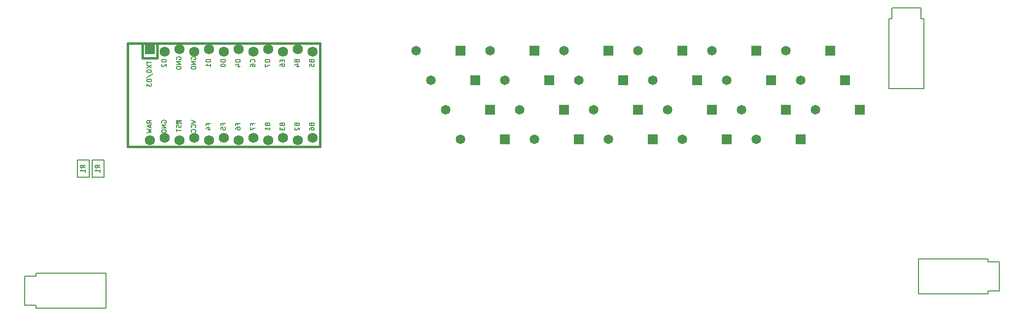
<source format=gbr>
%TF.GenerationSoftware,KiCad,Pcbnew,(7.0.0)*%
%TF.CreationDate,2023-03-07T18:29:21-05:00*%
%TF.ProjectId,LeftTEST,4c656674-5445-4535-942e-6b696361645f,rev?*%
%TF.SameCoordinates,Original*%
%TF.FileFunction,Legend,Bot*%
%TF.FilePolarity,Positive*%
%FSLAX46Y46*%
G04 Gerber Fmt 4.6, Leading zero omitted, Abs format (unit mm)*
G04 Created by KiCad (PCBNEW (7.0.0)) date 2023-03-07 18:29:21*
%MOMM*%
%LPD*%
G01*
G04 APERTURE LIST*
%ADD10C,0.150000*%
%ADD11C,0.381000*%
%ADD12C,1.651000*%
%ADD13R,1.651000X1.651000*%
%ADD14R,1.752600X1.752600*%
%ADD15C,1.752600*%
G04 APERTURE END LIST*
D10*
%TO.C,R1*%
X43485869Y-60826667D02*
X43104917Y-60560000D01*
X43485869Y-60369524D02*
X42685869Y-60369524D01*
X42685869Y-60369524D02*
X42685869Y-60674286D01*
X42685869Y-60674286D02*
X42723965Y-60750476D01*
X42723965Y-60750476D02*
X42762060Y-60788571D01*
X42762060Y-60788571D02*
X42838250Y-60826667D01*
X42838250Y-60826667D02*
X42952536Y-60826667D01*
X42952536Y-60826667D02*
X43028726Y-60788571D01*
X43028726Y-60788571D02*
X43066822Y-60750476D01*
X43066822Y-60750476D02*
X43104917Y-60674286D01*
X43104917Y-60674286D02*
X43104917Y-60369524D01*
X43485869Y-61588571D02*
X43485869Y-61131428D01*
X43485869Y-61360000D02*
X42685869Y-61360000D01*
X42685869Y-61360000D02*
X42800155Y-61283809D01*
X42800155Y-61283809D02*
X42876345Y-61207619D01*
X42876345Y-61207619D02*
X42914441Y-61131428D01*
%TO.C,R2*%
X46025869Y-60826667D02*
X45644917Y-60560000D01*
X46025869Y-60369524D02*
X45225869Y-60369524D01*
X45225869Y-60369524D02*
X45225869Y-60674286D01*
X45225869Y-60674286D02*
X45263965Y-60750476D01*
X45263965Y-60750476D02*
X45302060Y-60788571D01*
X45302060Y-60788571D02*
X45378250Y-60826667D01*
X45378250Y-60826667D02*
X45492536Y-60826667D01*
X45492536Y-60826667D02*
X45568726Y-60788571D01*
X45568726Y-60788571D02*
X45606822Y-60750476D01*
X45606822Y-60750476D02*
X45644917Y-60674286D01*
X45644917Y-60674286D02*
X45644917Y-60369524D01*
X46025869Y-61588571D02*
X46025869Y-61131428D01*
X46025869Y-61360000D02*
X45225869Y-61360000D01*
X45225869Y-61360000D02*
X45340155Y-61283809D01*
X45340155Y-61283809D02*
X45416345Y-61207619D01*
X45416345Y-61207619D02*
X45454441Y-61131428D01*
%TO.C,U1*%
X77344857Y-53397190D02*
X77382952Y-53511476D01*
X77382952Y-53511476D02*
X77421047Y-53549571D01*
X77421047Y-53549571D02*
X77497238Y-53587667D01*
X77497238Y-53587667D02*
X77611523Y-53587667D01*
X77611523Y-53587667D02*
X77687714Y-53549571D01*
X77687714Y-53549571D02*
X77725809Y-53511476D01*
X77725809Y-53511476D02*
X77763904Y-53435286D01*
X77763904Y-53435286D02*
X77763904Y-53130524D01*
X77763904Y-53130524D02*
X76963904Y-53130524D01*
X76963904Y-53130524D02*
X76963904Y-53397190D01*
X76963904Y-53397190D02*
X77002000Y-53473381D01*
X77002000Y-53473381D02*
X77040095Y-53511476D01*
X77040095Y-53511476D02*
X77116285Y-53549571D01*
X77116285Y-53549571D02*
X77192476Y-53549571D01*
X77192476Y-53549571D02*
X77268666Y-53511476D01*
X77268666Y-53511476D02*
X77306761Y-53473381D01*
X77306761Y-53473381D02*
X77344857Y-53397190D01*
X77344857Y-53397190D02*
X77344857Y-53130524D01*
X76963904Y-53854333D02*
X76963904Y-54349571D01*
X76963904Y-54349571D02*
X77268666Y-54082905D01*
X77268666Y-54082905D02*
X77268666Y-54197190D01*
X77268666Y-54197190D02*
X77306761Y-54273381D01*
X77306761Y-54273381D02*
X77344857Y-54311476D01*
X77344857Y-54311476D02*
X77421047Y-54349571D01*
X77421047Y-54349571D02*
X77611523Y-54349571D01*
X77611523Y-54349571D02*
X77687714Y-54311476D01*
X77687714Y-54311476D02*
X77725809Y-54273381D01*
X77725809Y-54273381D02*
X77763904Y-54197190D01*
X77763904Y-54197190D02*
X77763904Y-53968619D01*
X77763904Y-53968619D02*
X77725809Y-53892428D01*
X77725809Y-53892428D02*
X77687714Y-53854333D01*
X74804857Y-53397190D02*
X74842952Y-53511476D01*
X74842952Y-53511476D02*
X74881047Y-53549571D01*
X74881047Y-53549571D02*
X74957238Y-53587667D01*
X74957238Y-53587667D02*
X75071523Y-53587667D01*
X75071523Y-53587667D02*
X75147714Y-53549571D01*
X75147714Y-53549571D02*
X75185809Y-53511476D01*
X75185809Y-53511476D02*
X75223904Y-53435286D01*
X75223904Y-53435286D02*
X75223904Y-53130524D01*
X75223904Y-53130524D02*
X74423904Y-53130524D01*
X74423904Y-53130524D02*
X74423904Y-53397190D01*
X74423904Y-53397190D02*
X74462000Y-53473381D01*
X74462000Y-53473381D02*
X74500095Y-53511476D01*
X74500095Y-53511476D02*
X74576285Y-53549571D01*
X74576285Y-53549571D02*
X74652476Y-53549571D01*
X74652476Y-53549571D02*
X74728666Y-53511476D01*
X74728666Y-53511476D02*
X74766761Y-53473381D01*
X74766761Y-53473381D02*
X74804857Y-53397190D01*
X74804857Y-53397190D02*
X74804857Y-53130524D01*
X75223904Y-54349571D02*
X75223904Y-53892428D01*
X75223904Y-54121000D02*
X74423904Y-54121000D01*
X74423904Y-54121000D02*
X74538190Y-54044809D01*
X74538190Y-54044809D02*
X74614380Y-53968619D01*
X74614380Y-53968619D02*
X74652476Y-53892428D01*
X70143904Y-42208524D02*
X69343904Y-42208524D01*
X69343904Y-42208524D02*
X69343904Y-42399000D01*
X69343904Y-42399000D02*
X69382000Y-42513286D01*
X69382000Y-42513286D02*
X69458190Y-42589476D01*
X69458190Y-42589476D02*
X69534380Y-42627571D01*
X69534380Y-42627571D02*
X69686761Y-42665667D01*
X69686761Y-42665667D02*
X69801047Y-42665667D01*
X69801047Y-42665667D02*
X69953428Y-42627571D01*
X69953428Y-42627571D02*
X70029619Y-42589476D01*
X70029619Y-42589476D02*
X70105809Y-42513286D01*
X70105809Y-42513286D02*
X70143904Y-42399000D01*
X70143904Y-42399000D02*
X70143904Y-42208524D01*
X69610571Y-43351381D02*
X70143904Y-43351381D01*
X69305809Y-43160905D02*
X69877238Y-42970428D01*
X69877238Y-42970428D02*
X69877238Y-43465667D01*
X72607714Y-42665667D02*
X72645809Y-42627571D01*
X72645809Y-42627571D02*
X72683904Y-42513286D01*
X72683904Y-42513286D02*
X72683904Y-42437095D01*
X72683904Y-42437095D02*
X72645809Y-42322809D01*
X72645809Y-42322809D02*
X72569619Y-42246619D01*
X72569619Y-42246619D02*
X72493428Y-42208524D01*
X72493428Y-42208524D02*
X72341047Y-42170428D01*
X72341047Y-42170428D02*
X72226761Y-42170428D01*
X72226761Y-42170428D02*
X72074380Y-42208524D01*
X72074380Y-42208524D02*
X71998190Y-42246619D01*
X71998190Y-42246619D02*
X71922000Y-42322809D01*
X71922000Y-42322809D02*
X71883904Y-42437095D01*
X71883904Y-42437095D02*
X71883904Y-42513286D01*
X71883904Y-42513286D02*
X71922000Y-42627571D01*
X71922000Y-42627571D02*
X71960095Y-42665667D01*
X71883904Y-43351381D02*
X71883904Y-43199000D01*
X71883904Y-43199000D02*
X71922000Y-43122809D01*
X71922000Y-43122809D02*
X71960095Y-43084714D01*
X71960095Y-43084714D02*
X72074380Y-43008524D01*
X72074380Y-43008524D02*
X72226761Y-42970428D01*
X72226761Y-42970428D02*
X72531523Y-42970428D01*
X72531523Y-42970428D02*
X72607714Y-43008524D01*
X72607714Y-43008524D02*
X72645809Y-43046619D01*
X72645809Y-43046619D02*
X72683904Y-43122809D01*
X72683904Y-43122809D02*
X72683904Y-43275190D01*
X72683904Y-43275190D02*
X72645809Y-43351381D01*
X72645809Y-43351381D02*
X72607714Y-43389476D01*
X72607714Y-43389476D02*
X72531523Y-43427571D01*
X72531523Y-43427571D02*
X72341047Y-43427571D01*
X72341047Y-43427571D02*
X72264857Y-43389476D01*
X72264857Y-43389476D02*
X72226761Y-43351381D01*
X72226761Y-43351381D02*
X72188666Y-43275190D01*
X72188666Y-43275190D02*
X72188666Y-43122809D01*
X72188666Y-43122809D02*
X72226761Y-43046619D01*
X72226761Y-43046619D02*
X72264857Y-43008524D01*
X72264857Y-43008524D02*
X72341047Y-42970428D01*
X82424857Y-42475190D02*
X82462952Y-42589476D01*
X82462952Y-42589476D02*
X82501047Y-42627571D01*
X82501047Y-42627571D02*
X82577238Y-42665667D01*
X82577238Y-42665667D02*
X82691523Y-42665667D01*
X82691523Y-42665667D02*
X82767714Y-42627571D01*
X82767714Y-42627571D02*
X82805809Y-42589476D01*
X82805809Y-42589476D02*
X82843904Y-42513286D01*
X82843904Y-42513286D02*
X82843904Y-42208524D01*
X82843904Y-42208524D02*
X82043904Y-42208524D01*
X82043904Y-42208524D02*
X82043904Y-42475190D01*
X82043904Y-42475190D02*
X82082000Y-42551381D01*
X82082000Y-42551381D02*
X82120095Y-42589476D01*
X82120095Y-42589476D02*
X82196285Y-42627571D01*
X82196285Y-42627571D02*
X82272476Y-42627571D01*
X82272476Y-42627571D02*
X82348666Y-42589476D01*
X82348666Y-42589476D02*
X82386761Y-42551381D01*
X82386761Y-42551381D02*
X82424857Y-42475190D01*
X82424857Y-42475190D02*
X82424857Y-42208524D01*
X82043904Y-43389476D02*
X82043904Y-43008524D01*
X82043904Y-43008524D02*
X82424857Y-42970428D01*
X82424857Y-42970428D02*
X82386761Y-43008524D01*
X82386761Y-43008524D02*
X82348666Y-43084714D01*
X82348666Y-43084714D02*
X82348666Y-43275190D01*
X82348666Y-43275190D02*
X82386761Y-43351381D01*
X82386761Y-43351381D02*
X82424857Y-43389476D01*
X82424857Y-43389476D02*
X82501047Y-43427571D01*
X82501047Y-43427571D02*
X82691523Y-43427571D01*
X82691523Y-43427571D02*
X82767714Y-43389476D01*
X82767714Y-43389476D02*
X82805809Y-43351381D01*
X82805809Y-43351381D02*
X82843904Y-43275190D01*
X82843904Y-43275190D02*
X82843904Y-43084714D01*
X82843904Y-43084714D02*
X82805809Y-43008524D01*
X82805809Y-43008524D02*
X82767714Y-42970428D01*
X82424857Y-53397190D02*
X82462952Y-53511476D01*
X82462952Y-53511476D02*
X82501047Y-53549571D01*
X82501047Y-53549571D02*
X82577238Y-53587667D01*
X82577238Y-53587667D02*
X82691523Y-53587667D01*
X82691523Y-53587667D02*
X82767714Y-53549571D01*
X82767714Y-53549571D02*
X82805809Y-53511476D01*
X82805809Y-53511476D02*
X82843904Y-53435286D01*
X82843904Y-53435286D02*
X82843904Y-53130524D01*
X82843904Y-53130524D02*
X82043904Y-53130524D01*
X82043904Y-53130524D02*
X82043904Y-53397190D01*
X82043904Y-53397190D02*
X82082000Y-53473381D01*
X82082000Y-53473381D02*
X82120095Y-53511476D01*
X82120095Y-53511476D02*
X82196285Y-53549571D01*
X82196285Y-53549571D02*
X82272476Y-53549571D01*
X82272476Y-53549571D02*
X82348666Y-53511476D01*
X82348666Y-53511476D02*
X82386761Y-53473381D01*
X82386761Y-53473381D02*
X82424857Y-53397190D01*
X82424857Y-53397190D02*
X82424857Y-53130524D01*
X82043904Y-54273381D02*
X82043904Y-54121000D01*
X82043904Y-54121000D02*
X82082000Y-54044809D01*
X82082000Y-54044809D02*
X82120095Y-54006714D01*
X82120095Y-54006714D02*
X82234380Y-53930524D01*
X82234380Y-53930524D02*
X82386761Y-53892428D01*
X82386761Y-53892428D02*
X82691523Y-53892428D01*
X82691523Y-53892428D02*
X82767714Y-53930524D01*
X82767714Y-53930524D02*
X82805809Y-53968619D01*
X82805809Y-53968619D02*
X82843904Y-54044809D01*
X82843904Y-54044809D02*
X82843904Y-54197190D01*
X82843904Y-54197190D02*
X82805809Y-54273381D01*
X82805809Y-54273381D02*
X82767714Y-54311476D01*
X82767714Y-54311476D02*
X82691523Y-54349571D01*
X82691523Y-54349571D02*
X82501047Y-54349571D01*
X82501047Y-54349571D02*
X82424857Y-54311476D01*
X82424857Y-54311476D02*
X82386761Y-54273381D01*
X82386761Y-54273381D02*
X82348666Y-54197190D01*
X82348666Y-54197190D02*
X82348666Y-54044809D01*
X82348666Y-54044809D02*
X82386761Y-53968619D01*
X82386761Y-53968619D02*
X82424857Y-53930524D01*
X82424857Y-53930524D02*
X82501047Y-53892428D01*
X59915809Y-53459786D02*
X59953904Y-53574072D01*
X59953904Y-53574072D02*
X59953904Y-53764548D01*
X59953904Y-53764548D02*
X59915809Y-53840739D01*
X59915809Y-53840739D02*
X59877714Y-53878834D01*
X59877714Y-53878834D02*
X59801523Y-53916929D01*
X59801523Y-53916929D02*
X59725333Y-53916929D01*
X59725333Y-53916929D02*
X59649142Y-53878834D01*
X59649142Y-53878834D02*
X59611047Y-53840739D01*
X59611047Y-53840739D02*
X59572952Y-53764548D01*
X59572952Y-53764548D02*
X59534857Y-53612167D01*
X59534857Y-53612167D02*
X59496761Y-53535977D01*
X59496761Y-53535977D02*
X59458666Y-53497882D01*
X59458666Y-53497882D02*
X59382476Y-53459786D01*
X59382476Y-53459786D02*
X59306285Y-53459786D01*
X59306285Y-53459786D02*
X59230095Y-53497882D01*
X59230095Y-53497882D02*
X59192000Y-53535977D01*
X59192000Y-53535977D02*
X59153904Y-53612167D01*
X59153904Y-53612167D02*
X59153904Y-53802644D01*
X59153904Y-53802644D02*
X59192000Y-53916929D01*
X59153904Y-54145501D02*
X59153904Y-54602644D01*
X59953904Y-54374072D02*
X59153904Y-54374072D01*
X56682000Y-53111476D02*
X56643904Y-53035286D01*
X56643904Y-53035286D02*
X56643904Y-52921000D01*
X56643904Y-52921000D02*
X56682000Y-52806714D01*
X56682000Y-52806714D02*
X56758190Y-52730524D01*
X56758190Y-52730524D02*
X56834380Y-52692429D01*
X56834380Y-52692429D02*
X56986761Y-52654333D01*
X56986761Y-52654333D02*
X57101047Y-52654333D01*
X57101047Y-52654333D02*
X57253428Y-52692429D01*
X57253428Y-52692429D02*
X57329619Y-52730524D01*
X57329619Y-52730524D02*
X57405809Y-52806714D01*
X57405809Y-52806714D02*
X57443904Y-52921000D01*
X57443904Y-52921000D02*
X57443904Y-52997191D01*
X57443904Y-52997191D02*
X57405809Y-53111476D01*
X57405809Y-53111476D02*
X57367714Y-53149572D01*
X57367714Y-53149572D02*
X57101047Y-53149572D01*
X57101047Y-53149572D02*
X57101047Y-52997191D01*
X57443904Y-53492429D02*
X56643904Y-53492429D01*
X56643904Y-53492429D02*
X57443904Y-53949572D01*
X57443904Y-53949572D02*
X56643904Y-53949572D01*
X57443904Y-54330524D02*
X56643904Y-54330524D01*
X56643904Y-54330524D02*
X56643904Y-54521000D01*
X56643904Y-54521000D02*
X56682000Y-54635286D01*
X56682000Y-54635286D02*
X56758190Y-54711476D01*
X56758190Y-54711476D02*
X56834380Y-54749571D01*
X56834380Y-54749571D02*
X56986761Y-54787667D01*
X56986761Y-54787667D02*
X57101047Y-54787667D01*
X57101047Y-54787667D02*
X57253428Y-54749571D01*
X57253428Y-54749571D02*
X57329619Y-54711476D01*
X57329619Y-54711476D02*
X57405809Y-54635286D01*
X57405809Y-54635286D02*
X57443904Y-54521000D01*
X57443904Y-54521000D02*
X57443904Y-54330524D01*
X61723904Y-52654333D02*
X62523904Y-52921000D01*
X62523904Y-52921000D02*
X61723904Y-53187666D01*
X62447714Y-53911476D02*
X62485809Y-53873380D01*
X62485809Y-53873380D02*
X62523904Y-53759095D01*
X62523904Y-53759095D02*
X62523904Y-53682904D01*
X62523904Y-53682904D02*
X62485809Y-53568618D01*
X62485809Y-53568618D02*
X62409619Y-53492428D01*
X62409619Y-53492428D02*
X62333428Y-53454333D01*
X62333428Y-53454333D02*
X62181047Y-53416237D01*
X62181047Y-53416237D02*
X62066761Y-53416237D01*
X62066761Y-53416237D02*
X61914380Y-53454333D01*
X61914380Y-53454333D02*
X61838190Y-53492428D01*
X61838190Y-53492428D02*
X61762000Y-53568618D01*
X61762000Y-53568618D02*
X61723904Y-53682904D01*
X61723904Y-53682904D02*
X61723904Y-53759095D01*
X61723904Y-53759095D02*
X61762000Y-53873380D01*
X61762000Y-53873380D02*
X61800095Y-53911476D01*
X62447714Y-54711476D02*
X62485809Y-54673380D01*
X62485809Y-54673380D02*
X62523904Y-54559095D01*
X62523904Y-54559095D02*
X62523904Y-54482904D01*
X62523904Y-54482904D02*
X62485809Y-54368618D01*
X62485809Y-54368618D02*
X62409619Y-54292428D01*
X62409619Y-54292428D02*
X62333428Y-54254333D01*
X62333428Y-54254333D02*
X62181047Y-54216237D01*
X62181047Y-54216237D02*
X62066761Y-54216237D01*
X62066761Y-54216237D02*
X61914380Y-54254333D01*
X61914380Y-54254333D02*
X61838190Y-54292428D01*
X61838190Y-54292428D02*
X61762000Y-54368618D01*
X61762000Y-54368618D02*
X61723904Y-54482904D01*
X61723904Y-54482904D02*
X61723904Y-54559095D01*
X61723904Y-54559095D02*
X61762000Y-54673380D01*
X61762000Y-54673380D02*
X61800095Y-54711476D01*
X69724857Y-53454333D02*
X69724857Y-53187667D01*
X70143904Y-53187667D02*
X69343904Y-53187667D01*
X69343904Y-53187667D02*
X69343904Y-53568619D01*
X69343904Y-54216238D02*
X69343904Y-54063857D01*
X69343904Y-54063857D02*
X69382000Y-53987666D01*
X69382000Y-53987666D02*
X69420095Y-53949571D01*
X69420095Y-53949571D02*
X69534380Y-53873381D01*
X69534380Y-53873381D02*
X69686761Y-53835285D01*
X69686761Y-53835285D02*
X69991523Y-53835285D01*
X69991523Y-53835285D02*
X70067714Y-53873381D01*
X70067714Y-53873381D02*
X70105809Y-53911476D01*
X70105809Y-53911476D02*
X70143904Y-53987666D01*
X70143904Y-53987666D02*
X70143904Y-54140047D01*
X70143904Y-54140047D02*
X70105809Y-54216238D01*
X70105809Y-54216238D02*
X70067714Y-54254333D01*
X70067714Y-54254333D02*
X69991523Y-54292428D01*
X69991523Y-54292428D02*
X69801047Y-54292428D01*
X69801047Y-54292428D02*
X69724857Y-54254333D01*
X69724857Y-54254333D02*
X69686761Y-54216238D01*
X69686761Y-54216238D02*
X69648666Y-54140047D01*
X69648666Y-54140047D02*
X69648666Y-53987666D01*
X69648666Y-53987666D02*
X69686761Y-53911476D01*
X69686761Y-53911476D02*
X69724857Y-53873381D01*
X69724857Y-53873381D02*
X69801047Y-53835285D01*
X79884857Y-53397190D02*
X79922952Y-53511476D01*
X79922952Y-53511476D02*
X79961047Y-53549571D01*
X79961047Y-53549571D02*
X80037238Y-53587667D01*
X80037238Y-53587667D02*
X80151523Y-53587667D01*
X80151523Y-53587667D02*
X80227714Y-53549571D01*
X80227714Y-53549571D02*
X80265809Y-53511476D01*
X80265809Y-53511476D02*
X80303904Y-53435286D01*
X80303904Y-53435286D02*
X80303904Y-53130524D01*
X80303904Y-53130524D02*
X79503904Y-53130524D01*
X79503904Y-53130524D02*
X79503904Y-53397190D01*
X79503904Y-53397190D02*
X79542000Y-53473381D01*
X79542000Y-53473381D02*
X79580095Y-53511476D01*
X79580095Y-53511476D02*
X79656285Y-53549571D01*
X79656285Y-53549571D02*
X79732476Y-53549571D01*
X79732476Y-53549571D02*
X79808666Y-53511476D01*
X79808666Y-53511476D02*
X79846761Y-53473381D01*
X79846761Y-53473381D02*
X79884857Y-53397190D01*
X79884857Y-53397190D02*
X79884857Y-53130524D01*
X79580095Y-53892428D02*
X79542000Y-53930524D01*
X79542000Y-53930524D02*
X79503904Y-54006714D01*
X79503904Y-54006714D02*
X79503904Y-54197190D01*
X79503904Y-54197190D02*
X79542000Y-54273381D01*
X79542000Y-54273381D02*
X79580095Y-54311476D01*
X79580095Y-54311476D02*
X79656285Y-54349571D01*
X79656285Y-54349571D02*
X79732476Y-54349571D01*
X79732476Y-54349571D02*
X79846761Y-54311476D01*
X79846761Y-54311476D02*
X80303904Y-53854333D01*
X80303904Y-53854333D02*
X80303904Y-54349571D01*
X61762000Y-42189476D02*
X61723904Y-42113286D01*
X61723904Y-42113286D02*
X61723904Y-41999000D01*
X61723904Y-41999000D02*
X61762000Y-41884714D01*
X61762000Y-41884714D02*
X61838190Y-41808524D01*
X61838190Y-41808524D02*
X61914380Y-41770429D01*
X61914380Y-41770429D02*
X62066761Y-41732333D01*
X62066761Y-41732333D02*
X62181047Y-41732333D01*
X62181047Y-41732333D02*
X62333428Y-41770429D01*
X62333428Y-41770429D02*
X62409619Y-41808524D01*
X62409619Y-41808524D02*
X62485809Y-41884714D01*
X62485809Y-41884714D02*
X62523904Y-41999000D01*
X62523904Y-41999000D02*
X62523904Y-42075191D01*
X62523904Y-42075191D02*
X62485809Y-42189476D01*
X62485809Y-42189476D02*
X62447714Y-42227572D01*
X62447714Y-42227572D02*
X62181047Y-42227572D01*
X62181047Y-42227572D02*
X62181047Y-42075191D01*
X62523904Y-42570429D02*
X61723904Y-42570429D01*
X61723904Y-42570429D02*
X62523904Y-43027572D01*
X62523904Y-43027572D02*
X61723904Y-43027572D01*
X62523904Y-43408524D02*
X61723904Y-43408524D01*
X61723904Y-43408524D02*
X61723904Y-43599000D01*
X61723904Y-43599000D02*
X61762000Y-43713286D01*
X61762000Y-43713286D02*
X61838190Y-43789476D01*
X61838190Y-43789476D02*
X61914380Y-43827571D01*
X61914380Y-43827571D02*
X62066761Y-43865667D01*
X62066761Y-43865667D02*
X62181047Y-43865667D01*
X62181047Y-43865667D02*
X62333428Y-43827571D01*
X62333428Y-43827571D02*
X62409619Y-43789476D01*
X62409619Y-43789476D02*
X62485809Y-43713286D01*
X62485809Y-43713286D02*
X62523904Y-43599000D01*
X62523904Y-43599000D02*
X62523904Y-43408524D01*
X67184857Y-53454333D02*
X67184857Y-53187667D01*
X67603904Y-53187667D02*
X66803904Y-53187667D01*
X66803904Y-53187667D02*
X66803904Y-53568619D01*
X66803904Y-54254333D02*
X66803904Y-53873381D01*
X66803904Y-53873381D02*
X67184857Y-53835285D01*
X67184857Y-53835285D02*
X67146761Y-53873381D01*
X67146761Y-53873381D02*
X67108666Y-53949571D01*
X67108666Y-53949571D02*
X67108666Y-54140047D01*
X67108666Y-54140047D02*
X67146761Y-54216238D01*
X67146761Y-54216238D02*
X67184857Y-54254333D01*
X67184857Y-54254333D02*
X67261047Y-54292428D01*
X67261047Y-54292428D02*
X67451523Y-54292428D01*
X67451523Y-54292428D02*
X67527714Y-54254333D01*
X67527714Y-54254333D02*
X67565809Y-54216238D01*
X67565809Y-54216238D02*
X67603904Y-54140047D01*
X67603904Y-54140047D02*
X67603904Y-53949571D01*
X67603904Y-53949571D02*
X67565809Y-53873381D01*
X67565809Y-53873381D02*
X67527714Y-53835285D01*
X77344857Y-42246619D02*
X77344857Y-42513285D01*
X77763904Y-42627571D02*
X77763904Y-42246619D01*
X77763904Y-42246619D02*
X76963904Y-42246619D01*
X76963904Y-42246619D02*
X76963904Y-42627571D01*
X76963904Y-43313286D02*
X76963904Y-43160905D01*
X76963904Y-43160905D02*
X77002000Y-43084714D01*
X77002000Y-43084714D02*
X77040095Y-43046619D01*
X77040095Y-43046619D02*
X77154380Y-42970429D01*
X77154380Y-42970429D02*
X77306761Y-42932333D01*
X77306761Y-42932333D02*
X77611523Y-42932333D01*
X77611523Y-42932333D02*
X77687714Y-42970429D01*
X77687714Y-42970429D02*
X77725809Y-43008524D01*
X77725809Y-43008524D02*
X77763904Y-43084714D01*
X77763904Y-43084714D02*
X77763904Y-43237095D01*
X77763904Y-43237095D02*
X77725809Y-43313286D01*
X77725809Y-43313286D02*
X77687714Y-43351381D01*
X77687714Y-43351381D02*
X77611523Y-43389476D01*
X77611523Y-43389476D02*
X77421047Y-43389476D01*
X77421047Y-43389476D02*
X77344857Y-43351381D01*
X77344857Y-43351381D02*
X77306761Y-43313286D01*
X77306761Y-43313286D02*
X77268666Y-43237095D01*
X77268666Y-43237095D02*
X77268666Y-43084714D01*
X77268666Y-43084714D02*
X77306761Y-43008524D01*
X77306761Y-43008524D02*
X77344857Y-42970429D01*
X77344857Y-42970429D02*
X77421047Y-42932333D01*
X54103904Y-42497651D02*
X54103904Y-42954794D01*
X54903904Y-42726222D02*
X54103904Y-42726222D01*
X54103904Y-43145270D02*
X54903904Y-43678604D01*
X54103904Y-43678604D02*
X54903904Y-43145270D01*
X54103904Y-44135747D02*
X54103904Y-44211937D01*
X54103904Y-44211937D02*
X54142000Y-44288128D01*
X54142000Y-44288128D02*
X54180095Y-44326223D01*
X54180095Y-44326223D02*
X54256285Y-44364318D01*
X54256285Y-44364318D02*
X54408666Y-44402413D01*
X54408666Y-44402413D02*
X54599142Y-44402413D01*
X54599142Y-44402413D02*
X54751523Y-44364318D01*
X54751523Y-44364318D02*
X54827714Y-44326223D01*
X54827714Y-44326223D02*
X54865809Y-44288128D01*
X54865809Y-44288128D02*
X54903904Y-44211937D01*
X54903904Y-44211937D02*
X54903904Y-44135747D01*
X54903904Y-44135747D02*
X54865809Y-44059556D01*
X54865809Y-44059556D02*
X54827714Y-44021461D01*
X54827714Y-44021461D02*
X54751523Y-43983366D01*
X54751523Y-43983366D02*
X54599142Y-43945270D01*
X54599142Y-43945270D02*
X54408666Y-43945270D01*
X54408666Y-43945270D02*
X54256285Y-43983366D01*
X54256285Y-43983366D02*
X54180095Y-44021461D01*
X54180095Y-44021461D02*
X54142000Y-44059556D01*
X54142000Y-44059556D02*
X54103904Y-44135747D01*
X54065809Y-45316699D02*
X55094380Y-44630985D01*
X54903904Y-45583366D02*
X54103904Y-45583366D01*
X54103904Y-45583366D02*
X54103904Y-45773842D01*
X54103904Y-45773842D02*
X54142000Y-45888128D01*
X54142000Y-45888128D02*
X54218190Y-45964318D01*
X54218190Y-45964318D02*
X54294380Y-46002413D01*
X54294380Y-46002413D02*
X54446761Y-46040509D01*
X54446761Y-46040509D02*
X54561047Y-46040509D01*
X54561047Y-46040509D02*
X54713428Y-46002413D01*
X54713428Y-46002413D02*
X54789619Y-45964318D01*
X54789619Y-45964318D02*
X54865809Y-45888128D01*
X54865809Y-45888128D02*
X54903904Y-45773842D01*
X54903904Y-45773842D02*
X54903904Y-45583366D01*
X54103904Y-46307175D02*
X54103904Y-46802413D01*
X54103904Y-46802413D02*
X54408666Y-46535747D01*
X54408666Y-46535747D02*
X54408666Y-46650032D01*
X54408666Y-46650032D02*
X54446761Y-46726223D01*
X54446761Y-46726223D02*
X54484857Y-46764318D01*
X54484857Y-46764318D02*
X54561047Y-46802413D01*
X54561047Y-46802413D02*
X54751523Y-46802413D01*
X54751523Y-46802413D02*
X54827714Y-46764318D01*
X54827714Y-46764318D02*
X54865809Y-46726223D01*
X54865809Y-46726223D02*
X54903904Y-46650032D01*
X54903904Y-46650032D02*
X54903904Y-46421461D01*
X54903904Y-46421461D02*
X54865809Y-46345270D01*
X54865809Y-46345270D02*
X54827714Y-46307175D01*
X59222000Y-42189476D02*
X59183904Y-42113286D01*
X59183904Y-42113286D02*
X59183904Y-41999000D01*
X59183904Y-41999000D02*
X59222000Y-41884714D01*
X59222000Y-41884714D02*
X59298190Y-41808524D01*
X59298190Y-41808524D02*
X59374380Y-41770429D01*
X59374380Y-41770429D02*
X59526761Y-41732333D01*
X59526761Y-41732333D02*
X59641047Y-41732333D01*
X59641047Y-41732333D02*
X59793428Y-41770429D01*
X59793428Y-41770429D02*
X59869619Y-41808524D01*
X59869619Y-41808524D02*
X59945809Y-41884714D01*
X59945809Y-41884714D02*
X59983904Y-41999000D01*
X59983904Y-41999000D02*
X59983904Y-42075191D01*
X59983904Y-42075191D02*
X59945809Y-42189476D01*
X59945809Y-42189476D02*
X59907714Y-42227572D01*
X59907714Y-42227572D02*
X59641047Y-42227572D01*
X59641047Y-42227572D02*
X59641047Y-42075191D01*
X59983904Y-42570429D02*
X59183904Y-42570429D01*
X59183904Y-42570429D02*
X59983904Y-43027572D01*
X59983904Y-43027572D02*
X59183904Y-43027572D01*
X59983904Y-43408524D02*
X59183904Y-43408524D01*
X59183904Y-43408524D02*
X59183904Y-43599000D01*
X59183904Y-43599000D02*
X59222000Y-43713286D01*
X59222000Y-43713286D02*
X59298190Y-43789476D01*
X59298190Y-43789476D02*
X59374380Y-43827571D01*
X59374380Y-43827571D02*
X59526761Y-43865667D01*
X59526761Y-43865667D02*
X59641047Y-43865667D01*
X59641047Y-43865667D02*
X59793428Y-43827571D01*
X59793428Y-43827571D02*
X59869619Y-43789476D01*
X59869619Y-43789476D02*
X59945809Y-43713286D01*
X59945809Y-43713286D02*
X59983904Y-43599000D01*
X59983904Y-43599000D02*
X59983904Y-43408524D01*
X64644857Y-53454333D02*
X64644857Y-53187667D01*
X65063904Y-53187667D02*
X64263904Y-53187667D01*
X64263904Y-53187667D02*
X64263904Y-53568619D01*
X64530571Y-54216238D02*
X65063904Y-54216238D01*
X64225809Y-54025762D02*
X64797238Y-53835285D01*
X64797238Y-53835285D02*
X64797238Y-54330524D01*
X65063904Y-42208524D02*
X64263904Y-42208524D01*
X64263904Y-42208524D02*
X64263904Y-42399000D01*
X64263904Y-42399000D02*
X64302000Y-42513286D01*
X64302000Y-42513286D02*
X64378190Y-42589476D01*
X64378190Y-42589476D02*
X64454380Y-42627571D01*
X64454380Y-42627571D02*
X64606761Y-42665667D01*
X64606761Y-42665667D02*
X64721047Y-42665667D01*
X64721047Y-42665667D02*
X64873428Y-42627571D01*
X64873428Y-42627571D02*
X64949619Y-42589476D01*
X64949619Y-42589476D02*
X65025809Y-42513286D01*
X65025809Y-42513286D02*
X65063904Y-42399000D01*
X65063904Y-42399000D02*
X65063904Y-42208524D01*
X65063904Y-43427571D02*
X65063904Y-42970428D01*
X65063904Y-43199000D02*
X64263904Y-43199000D01*
X64263904Y-43199000D02*
X64378190Y-43122809D01*
X64378190Y-43122809D02*
X64454380Y-43046619D01*
X64454380Y-43046619D02*
X64492476Y-42970428D01*
X72264857Y-53454333D02*
X72264857Y-53187667D01*
X72683904Y-53187667D02*
X71883904Y-53187667D01*
X71883904Y-53187667D02*
X71883904Y-53568619D01*
X71883904Y-53797190D02*
X71883904Y-54330524D01*
X71883904Y-54330524D02*
X72683904Y-53987666D01*
X75223904Y-42208524D02*
X74423904Y-42208524D01*
X74423904Y-42208524D02*
X74423904Y-42399000D01*
X74423904Y-42399000D02*
X74462000Y-42513286D01*
X74462000Y-42513286D02*
X74538190Y-42589476D01*
X74538190Y-42589476D02*
X74614380Y-42627571D01*
X74614380Y-42627571D02*
X74766761Y-42665667D01*
X74766761Y-42665667D02*
X74881047Y-42665667D01*
X74881047Y-42665667D02*
X75033428Y-42627571D01*
X75033428Y-42627571D02*
X75109619Y-42589476D01*
X75109619Y-42589476D02*
X75185809Y-42513286D01*
X75185809Y-42513286D02*
X75223904Y-42399000D01*
X75223904Y-42399000D02*
X75223904Y-42208524D01*
X74423904Y-42932333D02*
X74423904Y-43465667D01*
X74423904Y-43465667D02*
X75223904Y-43122809D01*
X79884857Y-42475190D02*
X79922952Y-42589476D01*
X79922952Y-42589476D02*
X79961047Y-42627571D01*
X79961047Y-42627571D02*
X80037238Y-42665667D01*
X80037238Y-42665667D02*
X80151523Y-42665667D01*
X80151523Y-42665667D02*
X80227714Y-42627571D01*
X80227714Y-42627571D02*
X80265809Y-42589476D01*
X80265809Y-42589476D02*
X80303904Y-42513286D01*
X80303904Y-42513286D02*
X80303904Y-42208524D01*
X80303904Y-42208524D02*
X79503904Y-42208524D01*
X79503904Y-42208524D02*
X79503904Y-42475190D01*
X79503904Y-42475190D02*
X79542000Y-42551381D01*
X79542000Y-42551381D02*
X79580095Y-42589476D01*
X79580095Y-42589476D02*
X79656285Y-42627571D01*
X79656285Y-42627571D02*
X79732476Y-42627571D01*
X79732476Y-42627571D02*
X79808666Y-42589476D01*
X79808666Y-42589476D02*
X79846761Y-42551381D01*
X79846761Y-42551381D02*
X79884857Y-42475190D01*
X79884857Y-42475190D02*
X79884857Y-42208524D01*
X79770571Y-43351381D02*
X80303904Y-43351381D01*
X79465809Y-43160905D02*
X80037238Y-42970428D01*
X80037238Y-42970428D02*
X80037238Y-43465667D01*
X54903904Y-53168619D02*
X54522952Y-52901952D01*
X54903904Y-52711476D02*
X54103904Y-52711476D01*
X54103904Y-52711476D02*
X54103904Y-53016238D01*
X54103904Y-53016238D02*
X54142000Y-53092428D01*
X54142000Y-53092428D02*
X54180095Y-53130523D01*
X54180095Y-53130523D02*
X54256285Y-53168619D01*
X54256285Y-53168619D02*
X54370571Y-53168619D01*
X54370571Y-53168619D02*
X54446761Y-53130523D01*
X54446761Y-53130523D02*
X54484857Y-53092428D01*
X54484857Y-53092428D02*
X54522952Y-53016238D01*
X54522952Y-53016238D02*
X54522952Y-52711476D01*
X54675333Y-53473380D02*
X54675333Y-53854333D01*
X54903904Y-53397190D02*
X54103904Y-53663857D01*
X54103904Y-53663857D02*
X54903904Y-53930523D01*
X54103904Y-54120999D02*
X54903904Y-54311475D01*
X54903904Y-54311475D02*
X54332476Y-54463856D01*
X54332476Y-54463856D02*
X54903904Y-54616237D01*
X54903904Y-54616237D02*
X54103904Y-54806714D01*
X67603904Y-42208524D02*
X66803904Y-42208524D01*
X66803904Y-42208524D02*
X66803904Y-42399000D01*
X66803904Y-42399000D02*
X66842000Y-42513286D01*
X66842000Y-42513286D02*
X66918190Y-42589476D01*
X66918190Y-42589476D02*
X66994380Y-42627571D01*
X66994380Y-42627571D02*
X67146761Y-42665667D01*
X67146761Y-42665667D02*
X67261047Y-42665667D01*
X67261047Y-42665667D02*
X67413428Y-42627571D01*
X67413428Y-42627571D02*
X67489619Y-42589476D01*
X67489619Y-42589476D02*
X67565809Y-42513286D01*
X67565809Y-42513286D02*
X67603904Y-42399000D01*
X67603904Y-42399000D02*
X67603904Y-42208524D01*
X66803904Y-43160905D02*
X66803904Y-43237095D01*
X66803904Y-43237095D02*
X66842000Y-43313286D01*
X66842000Y-43313286D02*
X66880095Y-43351381D01*
X66880095Y-43351381D02*
X66956285Y-43389476D01*
X66956285Y-43389476D02*
X67108666Y-43427571D01*
X67108666Y-43427571D02*
X67299142Y-43427571D01*
X67299142Y-43427571D02*
X67451523Y-43389476D01*
X67451523Y-43389476D02*
X67527714Y-43351381D01*
X67527714Y-43351381D02*
X67565809Y-43313286D01*
X67565809Y-43313286D02*
X67603904Y-43237095D01*
X67603904Y-43237095D02*
X67603904Y-43160905D01*
X67603904Y-43160905D02*
X67565809Y-43084714D01*
X67565809Y-43084714D02*
X67527714Y-43046619D01*
X67527714Y-43046619D02*
X67451523Y-43008524D01*
X67451523Y-43008524D02*
X67299142Y-42970428D01*
X67299142Y-42970428D02*
X67108666Y-42970428D01*
X67108666Y-42970428D02*
X66956285Y-43008524D01*
X66956285Y-43008524D02*
X66880095Y-43046619D01*
X66880095Y-43046619D02*
X66842000Y-43084714D01*
X66842000Y-43084714D02*
X66803904Y-43160905D01*
X57443904Y-42208524D02*
X56643904Y-42208524D01*
X56643904Y-42208524D02*
X56643904Y-42399000D01*
X56643904Y-42399000D02*
X56682000Y-42513286D01*
X56682000Y-42513286D02*
X56758190Y-42589476D01*
X56758190Y-42589476D02*
X56834380Y-42627571D01*
X56834380Y-42627571D02*
X56986761Y-42665667D01*
X56986761Y-42665667D02*
X57101047Y-42665667D01*
X57101047Y-42665667D02*
X57253428Y-42627571D01*
X57253428Y-42627571D02*
X57329619Y-42589476D01*
X57329619Y-42589476D02*
X57405809Y-42513286D01*
X57405809Y-42513286D02*
X57443904Y-42399000D01*
X57443904Y-42399000D02*
X57443904Y-42208524D01*
X56720095Y-42970428D02*
X56682000Y-43008524D01*
X56682000Y-43008524D02*
X56643904Y-43084714D01*
X56643904Y-43084714D02*
X56643904Y-43275190D01*
X56643904Y-43275190D02*
X56682000Y-43351381D01*
X56682000Y-43351381D02*
X56720095Y-43389476D01*
X56720095Y-43389476D02*
X56796285Y-43427571D01*
X56796285Y-43427571D02*
X56872476Y-43427571D01*
X56872476Y-43427571D02*
X56986761Y-43389476D01*
X56986761Y-43389476D02*
X57443904Y-42932333D01*
X57443904Y-42932333D02*
X57443904Y-43427571D01*
%TO.C,J2*%
X187545000Y-47202500D02*
X181545000Y-47202500D01*
X187545000Y-35202500D02*
X187545000Y-47202500D01*
X187545000Y-35202500D02*
X187045000Y-35202500D01*
X187045000Y-35202500D02*
X187045000Y-33302500D01*
X182095000Y-33302500D02*
X187045000Y-33302500D01*
X182045000Y-35202500D02*
X182045000Y-33302500D01*
X181545000Y-47202500D02*
X181545000Y-35202500D01*
X181545000Y-35202500D02*
X182045000Y-35202500D01*
%TO.C,R1*%
X44180000Y-59460000D02*
X44180000Y-62460000D01*
X42180000Y-59460000D02*
X44180000Y-59460000D01*
X44180000Y-62460000D02*
X42180000Y-62460000D01*
X42180000Y-62460000D02*
X42180000Y-59460000D01*
%TO.C,J2*%
X198578958Y-76471982D02*
X198578958Y-76971982D01*
X186578958Y-76471982D02*
X198578958Y-76471982D01*
X198578958Y-76971982D02*
X200478958Y-76971982D01*
X200478958Y-77021982D02*
X200478958Y-81971982D01*
X198578958Y-81971982D02*
X200478958Y-81971982D01*
X198578958Y-82471982D02*
X198578958Y-81971982D01*
X198578958Y-82471982D02*
X186578958Y-82471982D01*
X186578958Y-82471982D02*
X186578958Y-76471982D01*
X35043025Y-84941714D02*
X35043025Y-84441714D01*
X47043025Y-84941714D02*
X35043025Y-84941714D01*
X35043025Y-84441714D02*
X33143025Y-84441714D01*
X33143025Y-84391714D02*
X33143025Y-79441714D01*
X35043025Y-79441714D02*
X33143025Y-79441714D01*
X35043025Y-78941714D02*
X35043025Y-79441714D01*
X35043025Y-78941714D02*
X47043025Y-78941714D01*
X47043025Y-78941714D02*
X47043025Y-84941714D01*
%TO.C,R2*%
X46720000Y-59460000D02*
X46720000Y-62460000D01*
X44720000Y-59460000D02*
X46720000Y-59460000D01*
X46720000Y-62460000D02*
X44720000Y-62460000D01*
X44720000Y-62460000D02*
X44720000Y-59460000D01*
D11*
%TO.C,U1*%
X50800000Y-39370000D02*
X53340000Y-39370000D01*
X50800000Y-57150000D02*
X50800000Y-39370000D01*
X53340000Y-39370000D02*
X83820000Y-39370000D01*
X53340000Y-41910000D02*
X53340000Y-39370000D01*
X53340000Y-41910000D02*
X55880000Y-41910000D01*
X53340000Y-57150000D02*
X50800000Y-57150000D01*
X55880000Y-41910000D02*
X55880000Y-39370000D01*
X83820000Y-39370000D02*
X83820000Y-57150000D01*
X83820000Y-57150000D02*
X53340000Y-57150000D01*
G36*
X60019360Y-52791568D02*
G01*
X59219360Y-52791568D01*
X59219360Y-52691568D01*
X60019360Y-52691568D01*
X60019360Y-52791568D01*
G37*
D10*
X60019360Y-52791568D02*
X59219360Y-52791568D01*
X59219360Y-52691568D01*
X60019360Y-52691568D01*
X60019360Y-52791568D01*
G36*
X59319360Y-53191568D02*
G01*
X59219360Y-53191568D01*
X59219360Y-52691568D01*
X59319360Y-52691568D01*
X59319360Y-53191568D01*
G37*
X59319360Y-53191568D02*
X59219360Y-53191568D01*
X59219360Y-52691568D01*
X59319360Y-52691568D01*
X59319360Y-53191568D01*
G36*
X59519360Y-53191568D02*
G01*
X59219360Y-53191568D01*
X59219360Y-53091568D01*
X59519360Y-53091568D01*
X59519360Y-53191568D01*
G37*
X59519360Y-53191568D02*
X59219360Y-53191568D01*
X59219360Y-53091568D01*
X59519360Y-53091568D01*
X59519360Y-53191568D01*
G36*
X59719360Y-52991568D02*
G01*
X59619360Y-52991568D01*
X59619360Y-52891568D01*
X59719360Y-52891568D01*
X59719360Y-52991568D01*
G37*
X59719360Y-52991568D02*
X59619360Y-52991568D01*
X59619360Y-52891568D01*
X59719360Y-52891568D01*
X59719360Y-52991568D01*
G36*
X60019360Y-53191568D02*
G01*
X59819360Y-53191568D01*
X59819360Y-53091568D01*
X60019360Y-53091568D01*
X60019360Y-53191568D01*
G37*
X60019360Y-53191568D02*
X59819360Y-53191568D01*
X59819360Y-53091568D01*
X60019360Y-53091568D01*
X60019360Y-53191568D01*
%TD*%
D12*
%TO.C,D18*%
X168935000Y-50800000D03*
D13*
X176554999Y-50799999D03*
%TD*%
D12*
%TO.C,D14*%
X118135000Y-50800000D03*
D13*
X125754999Y-50799999D03*
%TD*%
D12*
%TO.C,D17*%
X156235000Y-50800000D03*
D13*
X163854999Y-50799999D03*
%TD*%
D12*
%TO.C,D5*%
X151155000Y-40640000D03*
D13*
X158774999Y-40639999D03*
%TD*%
D12*
%TO.C,D16*%
X143535000Y-50800000D03*
D13*
X151154999Y-50799999D03*
%TD*%
D12*
%TO.C,D21*%
X133375000Y-55880000D03*
D13*
X140994999Y-55879999D03*
%TD*%
D12*
%TO.C,D23*%
X158775000Y-55880000D03*
D13*
X166394999Y-55879999D03*
%TD*%
D12*
%TO.C,D15*%
X130835000Y-50800000D03*
D13*
X138454999Y-50799999D03*
%TD*%
D12*
%TO.C,D4*%
X138455000Y-40640000D03*
D13*
X146074999Y-40639999D03*
%TD*%
D12*
%TO.C,D13*%
X105435000Y-50800000D03*
D13*
X113054999Y-50799999D03*
%TD*%
D12*
%TO.C,D20*%
X120675000Y-55880000D03*
D13*
X128294999Y-55879999D03*
%TD*%
D12*
%TO.C,D8D*%
X115595000Y-45720000D03*
D13*
X123214999Y-45719999D03*
%TD*%
D12*
%TO.C,D9*%
X128295000Y-45720000D03*
D13*
X135914999Y-45719999D03*
%TD*%
D12*
%TO.C,D19*%
X107975000Y-55880000D03*
D13*
X115594999Y-55879999D03*
%TD*%
D12*
%TO.C,D10*%
X140995000Y-45720000D03*
D13*
X148614999Y-45719999D03*
%TD*%
D12*
%TO.C,D1*%
X100355000Y-40640000D03*
D13*
X107974999Y-40639999D03*
%TD*%
D12*
%TO.C,D2*%
X113055000Y-40640000D03*
D13*
X120674999Y-40639999D03*
%TD*%
D12*
%TO.C,D12*%
X166395000Y-45720000D03*
D13*
X174014999Y-45719999D03*
%TD*%
D12*
%TO.C,D11*%
X153695000Y-45720000D03*
D13*
X161314999Y-45719999D03*
%TD*%
D12*
%TO.C,D6*%
X163855000Y-40640000D03*
D13*
X171474999Y-40639999D03*
%TD*%
D12*
%TO.C,D7*%
X102895000Y-45720000D03*
D13*
X110514999Y-45719999D03*
%TD*%
D12*
%TO.C,D22*%
X146075000Y-55880000D03*
D13*
X153694999Y-55879999D03*
%TD*%
D12*
%TO.C,D3*%
X125755000Y-40640000D03*
D13*
X133374999Y-40639999D03*
%TD*%
D14*
%TO.C,U1*%
X54609999Y-40411399D03*
D15*
X57150000Y-40868600D03*
X59690000Y-40411400D03*
X62230000Y-40868600D03*
X64770000Y-40411400D03*
X67310000Y-40868600D03*
X69850000Y-40411400D03*
X72390000Y-40868600D03*
X74930000Y-40411400D03*
X77470000Y-40868600D03*
X80010000Y-40411400D03*
X82550000Y-40868600D03*
X82550000Y-55651400D03*
X80010000Y-56108600D03*
X77470000Y-55651400D03*
X74930000Y-56108600D03*
X72390000Y-55651400D03*
X69850000Y-56108600D03*
X67310000Y-55651400D03*
X64770000Y-56108600D03*
X62230000Y-55651400D03*
X59690000Y-56108600D03*
X57150000Y-55651400D03*
X54610000Y-56108600D03*
%TD*%
M02*

</source>
